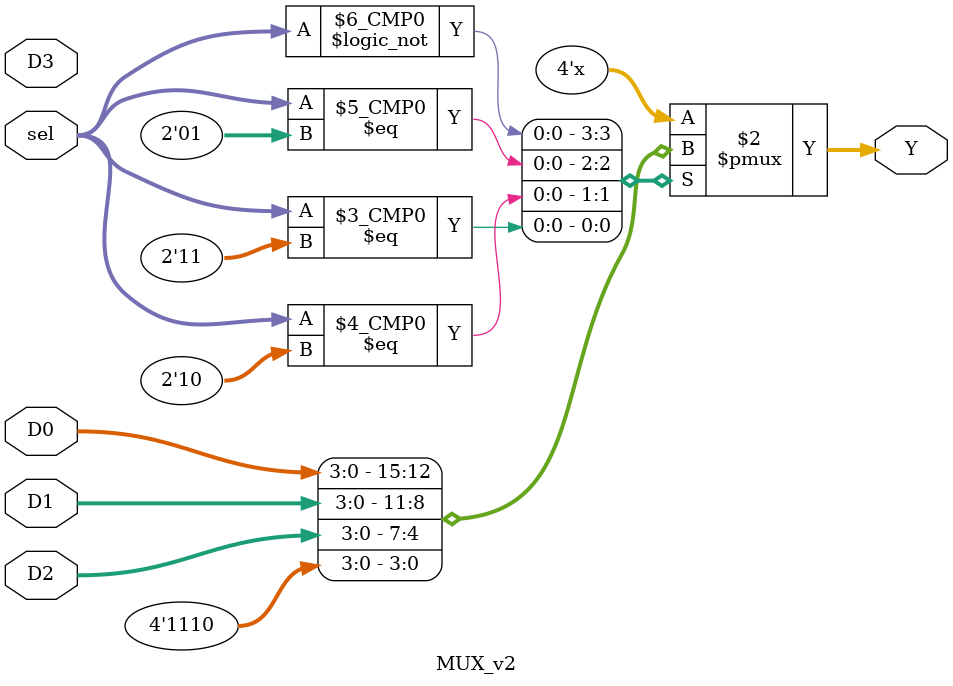
<source format=sv>
`timescale 1ns / 1ps

module MUX_v2#(parameter ancho = 4)(
input [ancho-1:0] D0,
input [ancho-1:0] D1,
input [ancho-1:0] D2,
input [ancho-1:0] D3,
input [1:0] sel,
output reg [ancho-1:0] Y
    );
    always@ (sel, D0,D1,D2,D3)
        case(sel)
                2'b00: Y[ancho-1:0] = D0;
                2'b01: Y[ancho-1:0] = D1;
                2'b10: Y[ancho-1:0] = D2;
                2'b11: Y[ancho-1:0] = 30;
        endcase
endmodule

</source>
